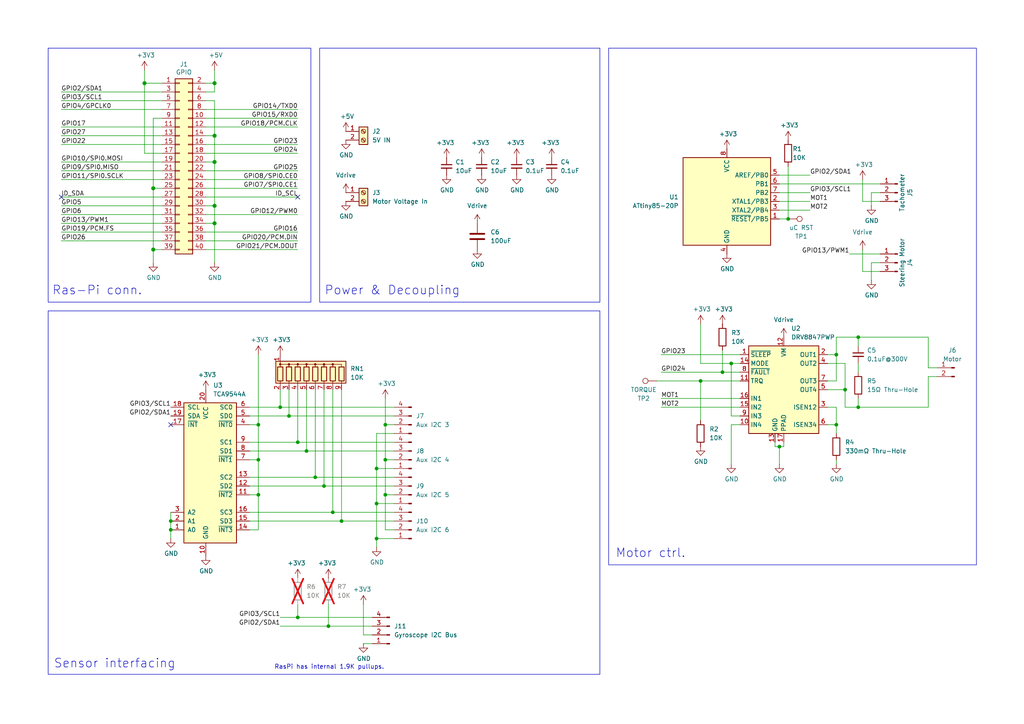
<source format=kicad_sch>
(kicad_sch (version 20250114) (generator "eeschema") (generator_version "9.0")
  (paper "A4")
  (title_block (date "15 nov 2012"))
  (lib_symbols
    (symbol "Connector:Conn_01x02_Pin" (pin_names (offset 1.016) (hide yes))
      (property "Reference" "J" (at 0 2.54 0))
      (property "Value" "Conn_01x02_Pin" (at 0 -5.08 0))
      (symbol "Conn_01x02_Pin_1_1"
        (pin passive line (at 5.08 0 180) (length 3.81) (name "Pin_1") (number "1"))
        (pin passive line (at 5.08 -2.54 180) (length 3.81) (name "Pin_2") (number "2"))
      )
    )
    (symbol "Connector:Conn_01x03_Pin" (pin_names (offset 1.016) (hide yes))
      (property "Reference" "J" (at 0 5.08 0))
      (property "Value" "Conn_01x03_Pin" (at 0 -5.08 0))
      (symbol "Conn_01x03_Pin_1_1"
        (pin passive line (at 5.08 2.54 180) (length 3.81) (name "Pin_1") (number "1"))
        (pin passive line (at 5.08 0 180) (length 3.81) (name "Pin_2") (number "2"))
        (pin passive line (at 5.08 -2.54 180) (length 3.81) (name "Pin_3") (number "3"))
      )
    )
    (symbol "Connector:Conn_01x04_Pin" (pin_names (offset 1.016) (hide yes))
      (property "Reference" "J" (at 0 5.08 0))
      (property "Value" "Conn_01x04_Pin" (at 0 -7.62 0))
      (symbol "Conn_01x04_Pin_1_1"
        (pin passive line (at 5.08 2.54 180) (length 3.81) (name "Pin_1") (number "1"))
        (pin passive line (at 5.08 0 180) (length 3.81) (name "Pin_2") (number "2"))
        (pin passive line (at 5.08 -2.54 180) (length 3.81) (name "Pin_3") (number "3"))
        (pin passive line (at 5.08 -5.08 180) (length 3.81) (name "Pin_4") (number "4"))
      )
    )
    (symbol "Connector:Screw_Terminal_01x02" (pin_names (offset 1.016) (hide yes))
      (property "Reference" "J" (at 0 2.54 0))
      (property "Value" "Screw_Terminal_01x02" (at 0 -5.08 0))
      (symbol "Screw_Terminal_01x02_1_1"
        (pin passive line (at -5.08 0 0) (length 3.81) (name "Pin_1") (number "1"))
        (pin passive line (at -5.08 -2.54 0) (length 3.81) (name "Pin_2") (number "2"))
      )
    )
    (symbol "Connector:TestPoint" (pin_numbers (hide yes)) (pin_names (offset 0.762) (hide yes))
      (property "Reference" "TP" (at 0 6.858 0))
      (property "Value" "TestPoint" (at 0 5.08 0))
      (symbol "TestPoint_1_1"
        (pin passive line (at 0 0 90) (length 2.54) (name "1") (number "1"))
      )
    )
    (symbol "Connector_Generic:Conn_02x20_Odd_Even" (pin_names (offset 1.016) (hide yes))
      (property "Reference" "J" (at 1.27 25.4 0))
      (property "Value" "Conn_02x20_Odd_Even" (at 1.27 -27.94 0))
      (symbol "Conn_02x20_Odd_Even_1_1"
        (pin passive line (at -5.08 22.86 0) (length 3.81) (name "Pin_1") (number "1"))
        (pin passive line (at -5.08 20.32 0) (length 3.81) (name "Pin_3") (number "3"))
        (pin passive line (at -5.08 17.78 0) (length 3.81) (name "Pin_5") (number "5"))
        (pin passive line (at -5.08 15.24 0) (length 3.81) (name "Pin_7") (number "7"))
        (pin passive line (at -5.08 12.7 0) (length 3.81) (name "Pin_9") (number "9"))
        (pin passive line (at -5.08 10.16 0) (length 3.81) (name "Pin_11") (number "11"))
        (pin passive line (at -5.08 7.62 0) (length 3.81) (name "Pin_13") (number "13"))
        (pin passive line (at -5.08 5.08 0) (length 3.81) (name "Pin_15") (number "15"))
        (pin passive line (at -5.08 2.54 0) (length 3.81) (name "Pin_17") (number "17"))
        (pin passive line (at -5.08 0 0) (length 3.81) (name "Pin_19") (number "19"))
        (pin passive line (at -5.08 -2.54 0) (length 3.81) (name "Pin_21") (number "21"))
        (pin passive line (at -5.08 -5.08 0) (length 3.81) (name "Pin_23") (number "23"))
        (pin passive line (at -5.08 -7.62 0) (length 3.81) (name "Pin_25") (number "25"))
        (pin passive line (at -5.08 -10.16 0) (length 3.81) (name "Pin_27") (number "27"))
        (pin passive line (at -5.08 -12.7 0) (length 3.81) (name "Pin_29") (number "29"))
        (pin passive line (at -5.08 -15.24 0) (length 3.81) (name "Pin_31") (number "31"))
        (pin passive line (at -5.08 -17.78 0) (length 3.81) (name "Pin_33") (number "33"))
        (pin passive line (at -5.08 -20.32 0) (length 3.81) (name "Pin_35") (number "35"))
        (pin passive line (at -5.08 -22.86 0) (length 3.81) (name "Pin_37") (number "37"))
        (pin passive line (at -5.08 -25.4 0) (length 3.81) (name "Pin_39") (number "39"))
        (pin passive line (at 7.62 22.86 180) (length 3.81) (name "Pin_2") (number "2"))
        (pin passive line (at 7.62 20.32 180) (length 3.81) (name "Pin_4") (number "4"))
        (pin passive line (at 7.62 17.78 180) (length 3.81) (name "Pin_6") (number "6"))
        (pin passive line (at 7.62 15.24 180) (length 3.81) (name "Pin_8") (number "8"))
        (pin passive line (at 7.62 12.7 180) (length 3.81) (name "Pin_10") (number "10"))
        (pin passive line (at 7.62 10.16 180) (length 3.81) (name "Pin_12") (number "12"))
        (pin passive line (at 7.62 7.62 180) (length 3.81) (name "Pin_14") (number "14"))
        (pin passive line (at 7.62 5.08 180) (length 3.81) (name "Pin_16") (number "16"))
        (pin passive line (at 7.62 2.54 180) (length 3.81) (name "Pin_18") (number "18"))
        (pin passive line (at 7.62 0 180) (length 3.81) (name "Pin_20") (number "20"))
        (pin passive line (at 7.62 -2.54 180) (length 3.81) (name "Pin_22") (number "22"))
        (pin passive line (at 7.62 -5.08 180) (length 3.81) (name "Pin_24") (number "24"))
        (pin passive line (at 7.62 -7.62 180) (length 3.81) (name "Pin_26") (number "26"))
        (pin passive line (at 7.62 -10.16 180) (length 3.81) (name "Pin_28") (number "28"))
        (pin passive line (at 7.62 -12.7 180) (length 3.81) (name "Pin_30") (number "30"))
        (pin passive line (at 7.62 -15.24 180) (length 3.81) (name "Pin_32") (number "32"))
        (pin passive line (at 7.62 -17.78 180) (length 3.81) (name "Pin_34") (number "34"))
        (pin passive line (at 7.62 -20.32 180) (length 3.81) (name "Pin_36") (number "36"))
        (pin passive line (at 7.62 -22.86 180) (length 3.81) (name "Pin_38") (number "38"))
        (pin passive line (at 7.62 -25.4 180) (length 3.81) (name "Pin_40") (number "40"))
      )
    )
    (symbol "Device:C" (pin_numbers (hide yes)) (pin_names (offset 0.254))
      (property "Reference" "C" (at 0.635 2.54 0))
      (property "Value" "C" (at 0.635 -2.54 0))
      (symbol "C_1_1"
        (pin passive line (at 0 3.81 270) (length 2.794) (name "~") (number "1"))
        (pin passive line (at 0 -3.81 90) (length 2.794) (name "~") (number "2"))
      )
    )
    (symbol "Device:C_Small" (pin_numbers (hide yes)) (pin_names (offset 0.254) (hide yes))
      (property "Reference" "C" (at 0.254 1.778 0))
      (property "Value" "C_Small" (at 0.254 -2.032 0))
      (symbol "C_Small_1_1"
        (pin passive line (at 0 2.54 270) (length 2.032) (name "~") (number "1"))
        (pin passive line (at 0 -2.54 90) (length 2.032) (name "~") (number "2"))
      )
    )
    (symbol "Device:R" (pin_numbers (hide yes)) (pin_names (offset 0))
      (property "Reference" "R" (at 2.032 0 90))
      (property "Value" "R" (at 0 0 90))
      (symbol "R_1_1"
        (pin passive line (at 0 3.81 270) (length 1.27) (name "~") (number "1"))
        (pin passive line (at 0 -3.81 90) (length 1.27) (name "~") (number "2"))
      )
    )
    (symbol "Device:R_Network08" (pin_names (offset 0) (hide yes))
      (property "Reference" "RN" (at -12.7 0 90))
      (property "Value" "R_Network08" (at 10.16 0 90))
      (symbol "R_Network08_1_1"
        (pin passive line (at -10.16 5.08 270) (length 2.54) (name "common") (number "1"))
        (pin passive line (at -10.16 -5.08 90) (length 1.27) (name "R1") (number "2"))
        (pin passive line (at -7.62 -5.08 90) (length 1.27) (name "R2") (number "3"))
        (pin passive line (at -5.08 -5.08 90) (length 1.27) (name "R3") (number "4"))
        (pin passive line (at -2.54 -5.08 90) (length 1.27) (name "R4") (number "5"))
        (pin passive line (at 0 -5.08 90) (length 1.27) (name "R5") (number "6"))
        (pin passive line (at 2.54 -5.08 90) (length 1.27) (name "R6") (number "7"))
        (pin passive line (at 5.08 -5.08 90) (length 1.27) (name "R7") (number "8"))
        (pin passive line (at 7.62 -5.08 90) (length 1.27) (name "R8") (number "9"))
      )
    )
    (symbol "Driver_Motor:DRV8847PWP"
      (property "Reference" "U" (at -8.89 13.97 0))
      (property "Value" "DRV8847PWP" (at 8.89 13.97 0))
      (symbol "DRV8847PWP_1_1"
        (pin input line (at -12.7 10.16 0) (length 2.54) (name "~{SLEEP}") (number "1"))
        (pin input line (at -12.7 7.62 0) (length 2.54) (name "MODE") (number "14"))
        (pin open_collector line (at -12.7 5.08 0) (length 2.54) (name "~{FAULT}") (number "8"))
        (pin input line (at -12.7 2.54 0) (length 2.54) (name "TRQ") (number "11"))
        (pin input line (at -12.7 -2.54 0) (length 2.54) (name "IN1") (number "16"))
        (pin input line (at -12.7 -5.08 0) (length 2.54) (name "IN2") (number "15"))
        (pin input line (at -12.7 -7.62 0) (length 2.54) (name "IN3") (number "9"))
        (pin input line (at -12.7 -10.16 0) (length 2.54) (name "IN4") (number "10"))
        (pin power_in line (at -2.54 -15.24 90) (length 2.54) (name "GND") (number "13"))
        (pin power_in line (at 0 15.24 270) (length 2.54) (name "VM") (number "12"))
        (pin power_in line (at 0 -15.24 90) (length 2.54) (name "PPAD") (number "17"))
        (pin output line (at 12.7 10.16 180) (length 2.54) (name "OUT1") (number "2"))
        (pin output line (at 12.7 7.62 180) (length 2.54) (name "OUT2") (number "4"))
        (pin output line (at 12.7 2.54 180) (length 2.54) (name "OUT3") (number "7"))
        (pin output line (at 12.7 0 180) (length 2.54) (name "OUT4") (number "5"))
        (pin passive line (at 12.7 -5.08 180) (length 2.54) (name "ISEN12") (number "3"))
        (pin passive line (at 12.7 -10.16 180) (length 2.54) (name "ISEN34") (number "6"))
      )
    )
    (symbol "Interface_Expansion:TCA9544A" (pin_names (offset 1.016))
      (property "Reference" "U" (at -5.08 20.32 0))
      (property "Value" "TCA9544A" (at 2.54 20.32 0))
      (symbol "TCA9544A_1_1"
        (pin bidirectional line (at -10.16 17.78 0) (length 3.81) (name "SCL") (number "18"))
        (pin bidirectional line (at -10.16 15.24 0) (length 3.81) (name "SDA") (number "19"))
        (pin open_collector line (at -10.16 12.7 0) (length 3.81) (name "~{INT}") (number "17"))
        (pin input line (at -10.16 -12.7 0) (length 3.81) (name "A2") (number "3"))
        (pin input line (at -10.16 -15.24 0) (length 3.81) (name "A1") (number "2"))
        (pin input line (at -10.16 -17.78 0) (length 3.81) (name "A0") (number "1"))
        (pin power_in line (at 0 22.86 270) (length 3.81) (name "VCC") (number "20"))
        (pin power_in line (at 0 -25.4 90) (length 3.81) (name "GND") (number "10"))
        (pin bidirectional line (at 12.7 17.78 180) (length 3.81) (name "SC0") (number "6"))
        (pin bidirectional line (at 12.7 15.24 180) (length 3.81) (name "SD0") (number "5"))
        (pin input line (at 12.7 12.7 180) (length 3.81) (name "~{INT0}") (number "4"))
        (pin bidirectional line (at 12.7 7.62 180) (length 3.81) (name "SC1") (number "9"))
        (pin bidirectional line (at 12.7 5.08 180) (length 3.81) (name "SD1") (number "8"))
        (pin input line (at 12.7 2.54 180) (length 3.81) (name "~{INT1}") (number "7"))
        (pin bidirectional line (at 12.7 -2.54 180) (length 3.81) (name "SC2") (number "13"))
        (pin bidirectional line (at 12.7 -5.08 180) (length 3.81) (name "SD2") (number "12"))
        (pin input line (at 12.7 -7.62 180) (length 3.81) (name "~{INT2}") (number "11"))
        (pin bidirectional line (at 12.7 -12.7 180) (length 3.81) (name "SC3") (number "16"))
        (pin bidirectional line (at 12.7 -15.24 180) (length 3.81) (name "SD3") (number "15"))
        (pin input line (at 12.7 -17.78 180) (length 3.81) (name "~{INT3}") (number "14"))
      )
    )
    (symbol "MCU_Microchip_ATtiny:ATtiny85-20P"
      (property "Reference" "U" (at -12.7 13.97 0))
      (property "Value" "ATtiny85-20P" (at 2.54 -13.97 0))
      (symbol "ATtiny85-20P_1_1"
        (pin power_in line (at 0 15.24 270) (length 2.54) (name "VCC") (number "8"))
        (pin power_in line (at 0 -15.24 90) (length 2.54) (name "GND") (number "4"))
        (pin bidirectional line (at 15.24 7.62 180) (length 2.54) (name "AREF/PB0") (number "5"))
        (pin bidirectional line (at 15.24 5.08 180) (length 2.54) (name "PB1") (number "6"))
        (pin bidirectional line (at 15.24 2.54 180) (length 2.54) (name "PB2") (number "7"))
        (pin bidirectional line (at 15.24 0 180) (length 2.54) (name "XTAL1/PB3") (number "2"))
        (pin bidirectional line (at 15.24 -2.54 180) (length 2.54) (name "XTAL2/PB4") (number "3"))
        (pin bidirectional line (at 15.24 -5.08 180) (length 2.54) (name "~{RESET}/PB5") (number "1"))
      )
    )
    (symbol "power:+3.3V" (power) (pin_numbers (hide yes)) (pin_names (offset 0) (hide yes))
      (property "Value" "+3.3V" (at 0 3.556 0))
      (symbol "+3.3V_1_1"
        (pin power_in line (at 0 0 90) (length 0) (name "~") (number "1"))
      )
    )
    (symbol "power:+5V" (power) (pin_numbers (hide yes)) (pin_names (offset 0) (hide yes))
      (property "Value" "+5V" (at 0 3.556 0))
      (symbol "+5V_1_1"
        (pin power_in line (at 0 0 90) (length 0) (name "~") (number "1"))
      )
    )
    (symbol "power:GND" (power) (pin_numbers (hide yes)) (pin_names (offset 0) (hide yes))
      (property "Value" "GND" (at 0 -3.81 0))
      (symbol "GND_1_1"
        (pin power_in line (at 0 0 270) (length 0) (name "~") (number "1"))
      )
    )
    (symbol "power:Vdrive" (power) (pin_numbers (hide yes)) (pin_names (offset 0) (hide yes))
      (property "Value" "Vdrive" (at 0 3.556 0))
      (symbol "Vdrive_1_1"
        (pin power_in line (at 0 0 90) (length 0) (name "~") (number "1"))
      )
    )
  )
  (rectangle (start 13.97 13.97) (end 90.17 87.63))
  (rectangle (start 92.71 13.97) (end 173.99 87.63))
  (rectangle (start 176.53 13.97) (end 283.21 163.83))
  (rectangle (start 13.97 90.17) (end 173.99 195.58))
  (text "Motor ctrl." (at 188.722 160.528 0) (effects (font (size 2.54 2.54))))
  (text "Sensor interfacing" (at 33.274 192.532 0) (effects (font (size 2.54 2.54))))
  (text "Ras-Pi conn." (at 28.194 84.328 0) (effects (font (size 2.54 2.54))))
  (text "RasPi has internal 1.9K pullups." (at 95.504 193.548 0) (effects (font (size 1.27 1.27))))
  (text "Power & Decoupling" (at 113.792 84.328 0) (effects (font (size 2.54 2.54))))
  (junction (at 96.52 148.59))
  (junction (at 62.23 59.69) (diameter 1.016))
  (junction (at 41.91 24.13) (diameter 1.016))
  (junction (at 109.22 146.05))
  (junction (at 88.9 130.81))
  (junction (at 62.23 64.77) (diameter 1.016))
  (junction (at 83.82 120.65))
  (junction (at 228.6 63.5))
  (junction (at 109.22 135.89))
  (junction (at 91.44 138.43))
  (junction (at 111.76 143.51))
  (junction (at 203.2 110.49))
  (junction (at 74.93 133.35))
  (junction (at 81.28 118.11))
  (junction (at 44.45 54.61) (diameter 1.016))
  (junction (at 86.36 128.27))
  (junction (at 74.93 143.51))
  (junction (at 242.57 123.19))
  (junction (at 248.92 97.79))
  (junction (at 212.09 105.41))
  (junction (at 242.57 102.87))
  (junction (at 62.23 46.99) (diameter 1.016))
  (junction (at 95.25 181.61))
  (junction (at 248.92 118.11))
  (junction (at 86.36 179.07))
  (junction (at 111.76 133.35))
  (junction (at 93.98 140.97))
  (junction (at 62.23 39.37) (diameter 1.016))
  (junction (at 99.06 151.13))
  (junction (at 245.11 113.03))
  (junction (at 49.53 153.67))
  (junction (at 111.76 123.19))
  (junction (at 49.53 151.13))
  (junction (at 109.22 156.21))
  (junction (at 74.93 123.19))
  (junction (at 209.55 107.95))
  (junction (at 44.45 72.39) (diameter 1.016))
  (junction (at 62.23 24.13) (diameter 1.016))
  (junction (at 226.06 129.54))
  (no_connect (at 17.78 57.15))
  (no_connect (at 86.36 57.15))
  (no_connect (at 49.53 123.19))
  (wire (pts (xy 44.45 54.61) (xy 44.45 72.39)))
  (wire (pts (xy 59.69 54.61) (xy 86.36 54.61)))
  (wire (pts (xy 248.92 105.41) (xy 248.92 107.95)))
  (wire (pts (xy 214.63 120.65) (xy 212.09 120.65)))
  (wire (pts (xy 49.53 153.67) (xy 49.53 151.13)))
  (wire (pts (xy 107.95 186.69) (xy 105.41 186.69)))
  (wire (pts (xy 91.44 113.03) (xy 91.44 138.43)))
  (wire (pts (xy 269.24 97.79) (xy 269.24 106.68)))
  (wire (pts (xy 46.99 36.83) (xy 17.78 36.83)))
  (wire (pts (xy 242.57 102.87) (xy 240.03 102.87)))
  (wire (pts (xy 74.93 123.19) (xy 74.93 133.35)))
  (wire (pts (xy 62.23 29.21) (xy 62.23 39.37)))
  (wire (pts (xy 62.23 46.99) (xy 59.69 46.99)))
  (wire (pts (xy 81.28 118.11) (xy 114.3 118.11)))
  (wire (pts (xy 114.3 135.89) (xy 109.22 135.89)))
  (wire (pts (xy 190.5 110.49) (xy 203.2 110.49)))
  (wire (pts (xy 248.92 97.79) (xy 269.24 97.79)))
  (wire (pts (xy 250.19 78.74) (xy 250.19 72.39)))
  (wire (pts (xy 62.23 59.69) (xy 62.23 64.77)))
  (wire (pts (xy 114.3 156.21) (xy 109.22 156.21)))
  (wire (pts (xy 255.27 78.74) (xy 250.19 78.74)))
  (wire (pts (xy 105.41 175.26) (xy 105.41 184.15)))
  (wire (pts (xy 191.77 118.11) (xy 214.63 118.11)))
  (wire (pts (xy 269.24 109.22) (xy 269.24 118.11)))
  (wire (pts (xy 86.36 128.27) (xy 114.3 128.27)))
  (wire (pts (xy 109.22 156.21) (xy 109.22 158.75)))
  (wire (pts (xy 49.53 148.59) (xy 49.53 151.13)))
  (wire (pts (xy 62.23 46.99) (xy 62.23 59.69)))
  (wire (pts (xy 226.06 55.88) (xy 234.95 55.88)))
  (wire (pts (xy 59.69 31.75) (xy 86.36 31.75)))
  (wire (pts (xy 245.11 105.41) (xy 240.03 105.41)))
  (wire (pts (xy 44.45 34.29) (xy 44.45 54.61)))
  (wire (pts (xy 114.3 146.05) (xy 109.22 146.05)))
  (wire (pts (xy 72.39 140.97) (xy 93.98 140.97)))
  (wire (pts (xy 44.45 34.29) (xy 46.99 34.29)))
  (wire (pts (xy 242.57 123.19) (xy 242.57 125.73)))
  (wire (pts (xy 240.03 113.03) (xy 245.11 113.03)))
  (wire (pts (xy 59.69 52.07) (xy 86.36 52.07)))
  (wire (pts (xy 111.76 123.19) (xy 111.76 133.35)))
  (wire (pts (xy 46.99 57.15) (xy 17.78 57.15)))
  (wire (pts (xy 111.76 143.51) (xy 111.76 153.67)))
  (wire (pts (xy 226.06 50.8) (xy 234.95 50.8)))
  (wire (pts (xy 17.78 59.69) (xy 46.99 59.69)))
  (wire (pts (xy 72.39 151.13) (xy 99.06 151.13)))
  (wire (pts (xy 111.76 115.57) (xy 111.76 123.19)))
  (wire (pts (xy 228.6 48.26) (xy 228.6 63.5)))
  (wire (pts (xy 209.55 107.95) (xy 214.63 107.95)))
  (wire (pts (xy 191.77 107.95) (xy 209.55 107.95)))
  (wire (pts (xy 252.73 55.88) (xy 252.73 59.69)))
  (wire (pts (xy 44.45 54.61) (xy 46.99 54.61)))
  (wire (pts (xy 86.36 179.07) (xy 107.95 179.07)))
  (wire (pts (xy 109.22 135.89) (xy 109.22 125.73)))
  (wire (pts (xy 248.92 115.57) (xy 248.92 118.11)))
  (wire (pts (xy 242.57 118.11) (xy 242.57 123.19)))
  (wire (pts (xy 72.39 153.67) (xy 74.93 153.67)))
  (wire (pts (xy 250.19 58.42) (xy 255.27 58.42)))
  (wire (pts (xy 59.69 41.91) (xy 86.36 41.91)))
  (wire (pts (xy 255.27 76.2) (xy 252.73 76.2)))
  (wire (pts (xy 93.98 113.03) (xy 93.98 140.97)))
  (wire (pts (xy 111.76 153.67) (xy 114.3 153.67)))
  (wire (pts (xy 59.69 72.39) (xy 86.36 72.39)))
  (wire (pts (xy 44.45 72.39) (xy 44.45 76.2)))
  (wire (pts (xy 17.78 39.37) (xy 46.99 39.37)))
  (wire (pts (xy 41.91 20.32) (xy 41.91 24.13)))
  (wire (pts (xy 228.6 63.5) (xy 226.06 63.5)))
  (wire (pts (xy 95.25 181.61) (xy 107.95 181.61)))
  (wire (pts (xy 72.39 143.51) (xy 74.93 143.51)))
  (wire (pts (xy 62.23 64.77) (xy 59.69 64.77)))
  (wire (pts (xy 72.39 118.11) (xy 81.28 118.11)))
  (wire (pts (xy 252.73 76.2) (xy 252.73 81.28)))
  (wire (pts (xy 17.78 29.21) (xy 46.99 29.21)))
  (wire (pts (xy 88.9 130.81) (xy 114.3 130.81)))
  (wire (pts (xy 17.78 52.07) (xy 46.99 52.07)))
  (wire (pts (xy 83.82 113.03) (xy 83.82 120.65)))
  (wire (pts (xy 271.78 106.68) (xy 269.24 106.68)))
  (wire (pts (xy 41.91 44.45) (xy 46.99 44.45)))
  (wire (pts (xy 226.06 129.54) (xy 227.33 129.54)))
  (wire (pts (xy 46.99 26.67) (xy 17.78 26.67)))
  (wire (pts (xy 111.76 143.51) (xy 114.3 143.51)))
  (wire (pts (xy 91.44 138.43) (xy 114.3 138.43)))
  (wire (pts (xy 62.23 24.13) (xy 62.23 26.67)))
  (wire (pts (xy 271.78 109.22) (xy 269.24 109.22)))
  (wire (pts (xy 81.28 179.07) (xy 86.36 179.07)))
  (wire (pts (xy 81.28 181.61) (xy 95.25 181.61)))
  (wire (pts (xy 226.06 58.42) (xy 234.95 58.42)))
  (wire (pts (xy 240.03 118.11) (xy 242.57 118.11)))
  (wire (pts (xy 62.23 39.37) (xy 62.23 46.99)))
  (wire (pts (xy 240.03 110.49) (xy 242.57 110.49)))
  (wire (pts (xy 59.69 36.83) (xy 86.36 36.83)))
  (wire (pts (xy 95.25 175.26) (xy 95.25 181.61)))
  (wire (pts (xy 62.23 39.37) (xy 59.69 39.37)))
  (wire (pts (xy 242.57 110.49) (xy 242.57 102.87)))
  (wire (pts (xy 203.2 110.49) (xy 214.63 110.49)))
  (wire (pts (xy 62.23 20.32) (xy 62.23 24.13)))
  (wire (pts (xy 111.76 133.35) (xy 111.76 143.51)))
  (wire (pts (xy 72.39 123.19) (xy 74.93 123.19)))
  (wire (pts (xy 17.78 31.75) (xy 46.99 31.75)))
  (wire (pts (xy 74.93 143.51) (xy 74.93 133.35)))
  (wire (pts (xy 62.23 24.13) (xy 59.69 24.13)))
  (wire (pts (xy 99.06 151.13) (xy 114.3 151.13)))
  (wire (pts (xy 41.91 24.13) (xy 41.91 44.45)))
  (wire (pts (xy 226.06 53.34) (xy 255.27 53.34)))
  (wire (pts (xy 59.69 44.45) (xy 86.36 44.45)))
  (wire (pts (xy 59.69 34.29) (xy 86.36 34.29)))
  (wire (pts (xy 191.77 102.87) (xy 214.63 102.87)))
  (wire (pts (xy 248.92 97.79) (xy 248.92 100.33)))
  (wire (pts (xy 72.39 130.81) (xy 88.9 130.81)))
  (wire (pts (xy 212.09 105.41) (xy 212.09 120.65)))
  (wire (pts (xy 227.33 128.27) (xy 227.33 129.54)))
  (wire (pts (xy 81.28 113.03) (xy 81.28 118.11)))
  (wire (pts (xy 17.78 41.91) (xy 46.99 41.91)))
  (wire (pts (xy 203.2 93.98) (xy 203.2 105.41)))
  (wire (pts (xy 17.78 49.53) (xy 46.99 49.53)))
  (wire (pts (xy 250.19 52.07) (xy 250.19 58.42)))
  (wire (pts (xy 245.11 118.11) (xy 248.92 118.11)))
  (wire (pts (xy 74.93 153.67) (xy 74.93 143.51)))
  (wire (pts (xy 83.82 120.65) (xy 114.3 120.65)))
  (wire (pts (xy 17.78 62.23) (xy 46.99 62.23)))
  (wire (pts (xy 62.23 26.67) (xy 59.69 26.67)))
  (wire (pts (xy 203.2 105.41) (xy 212.09 105.41)))
  (wire (pts (xy 86.36 175.26) (xy 86.36 179.07)))
  (wire (pts (xy 111.76 133.35) (xy 114.3 133.35)))
  (wire (pts (xy 17.78 67.31) (xy 46.99 67.31)))
  (wire (pts (xy 203.2 110.49) (xy 203.2 121.92)))
  (wire (pts (xy 240.03 123.19) (xy 242.57 123.19)))
  (wire (pts (xy 59.69 67.31) (xy 86.36 67.31)))
  (wire (pts (xy 248.92 118.11) (xy 269.24 118.11)))
  (wire (pts (xy 59.69 62.23) (xy 86.36 62.23)))
  (wire (pts (xy 44.45 72.39) (xy 46.99 72.39)))
  (wire (pts (xy 242.57 97.79) (xy 248.92 97.79)))
  (wire (pts (xy 109.22 146.05) (xy 109.22 135.89)))
  (wire (pts (xy 226.06 60.96) (xy 234.95 60.96)))
  (wire (pts (xy 72.39 120.65) (xy 83.82 120.65)))
  (wire (pts (xy 59.69 69.85) (xy 86.36 69.85)))
  (wire (pts (xy 72.39 138.43) (xy 91.44 138.43)))
  (wire (pts (xy 62.23 29.21) (xy 59.69 29.21)))
  (wire (pts (xy 17.78 69.85) (xy 46.99 69.85)))
  (wire (pts (xy 105.41 184.15) (xy 107.95 184.15)))
  (wire (pts (xy 212.09 105.41) (xy 214.63 105.41)))
  (wire (pts (xy 212.09 123.19) (xy 214.63 123.19)))
  (wire (pts (xy 114.3 125.73) (xy 109.22 125.73)))
  (wire (pts (xy 242.57 133.35) (xy 242.57 134.62)))
  (wire (pts (xy 72.39 133.35) (xy 74.93 133.35)))
  (wire (pts (xy 246.38 73.66) (xy 255.27 73.66)))
  (wire (pts (xy 224.79 128.27) (xy 224.79 129.54)))
  (wire (pts (xy 74.93 102.87) (xy 74.93 123.19)))
  (wire (pts (xy 86.36 113.03) (xy 86.36 128.27)))
  (wire (pts (xy 96.52 113.03) (xy 96.52 148.59)))
  (wire (pts (xy 93.98 140.97) (xy 114.3 140.97)))
  (wire (pts (xy 72.39 128.27) (xy 86.36 128.27)))
  (wire (pts (xy 62.23 64.77) (xy 62.23 76.2)))
  (wire (pts (xy 59.69 49.53) (xy 86.36 49.53)))
  (wire (pts (xy 46.99 64.77) (xy 17.78 64.77)))
  (wire (pts (xy 111.76 123.19) (xy 114.3 123.19)))
  (wire (pts (xy 96.52 148.59) (xy 114.3 148.59)))
  (wire (pts (xy 191.77 115.57) (xy 214.63 115.57)))
  (wire (pts (xy 209.55 101.6) (xy 209.55 107.95)))
  (wire (pts (xy 62.23 59.69) (xy 59.69 59.69)))
  (wire (pts (xy 88.9 113.03) (xy 88.9 130.81)))
  (wire (pts (xy 226.06 134.62) (xy 226.06 129.54)))
  (wire (pts (xy 224.79 129.54) (xy 226.06 129.54)))
  (wire (pts (xy 41.91 24.13) (xy 46.99 24.13)))
  (wire (pts (xy 49.53 156.21) (xy 49.53 153.67)))
  (wire (pts (xy 242.57 97.79) (xy 242.57 102.87)))
  (wire (pts (xy 72.39 148.59) (xy 96.52 148.59)))
  (wire (pts (xy 212.09 134.62) (xy 212.09 123.19)))
  (wire (pts (xy 109.22 146.05) (xy 109.22 156.21)))
  (wire (pts (xy 255.27 55.88) (xy 252.73 55.88)))
  (wire (pts (xy 245.11 113.03) (xy 245.11 105.41)))
  (wire (pts (xy 99.06 113.03) (xy 99.06 151.13)))
  (wire (pts (xy 245.11 118.11) (xy 245.11 113.03)))
  (wire (pts (xy 46.99 46.99) (xy 17.78 46.99)))
  (wire (pts (xy 59.69 57.15) (xy 86.36 57.15)))
  (label "ID_SDA" (at 17.78 57.15 0))
  (label "GPIO6" (at 17.78 62.23 0))
  (label "ID_SCL" (at 86.36 57.15 180))
  (label "GPIO5" (at 17.78 59.69 0))
  (label "GPIO2{slash}SDA1" (at 81.28 181.61 180))
  (label "GPIO3{slash}SCL1" (at 234.95 55.88 0))
  (label "GPIO21{slash}PCM.DOUT" (at 86.36 72.39 180))
  (label "GPIO19{slash}PCM.FS" (at 17.78 67.31 0))
  (label "GPIO10{slash}SPI0.MOSI" (at 17.78 46.99 0))
  (label "GPIO9{slash}SPI0.MISO" (at 17.78 49.53 0))
  (label "MOT1" (at 234.95 58.42 0))
  (label "GPIO23" (at 86.36 41.91 180))
  (label "GPIO2{slash}SDA1" (at 49.53 120.65 180))
  (label "MOT2" (at 191.77 118.11 0))
  (label "GPIO4{slash}GPCLK0" (at 17.78 31.75 0))
  (label "GPIO27" (at 17.78 39.37 0))
  (label "GPIO26" (at 17.78 69.85 0))
  (label "GPIO14{slash}TXD0" (at 86.36 31.75 180))
  (label "GPIO24" (at 191.77 107.95 0))
  (label "GPIO8{slash}SPI0.CE0" (at 86.36 52.07 180))
  (label "GPIO15{slash}RXD0" (at 86.36 34.29 180))
  (label "GPIO16" (at 86.36 67.31 180))
  (label "GPIO22" (at 17.78 41.91 0))
  (label "GPIO2{slash}SDA1" (at 17.78 26.67 0))
  (label "GPIO13{slash}PWM1" (at 246.38 73.66 180))
  (label "GPIO17" (at 17.78 36.83 0))
  (label "GPIO25" (at 86.36 49.53 180))
  (label "GPIO3{slash}SCL1" (at 17.78 29.21 0))
  (label "GPIO18{slash}PCM.CLK" (at 86.36 36.83 180))
  (label "GPIO12{slash}PWM0" (at 86.36 62.23 180))
  (label "GPIO13{slash}PWM1" (at 17.78 64.77 0))
  (label "GPIO20{slash}PCM.DIN" (at 86.36 69.85 180))
  (label "GPIO24" (at 86.36 44.45 180))
  (label "GPIO7{slash}SPI0.CE1" (at 86.36 54.61 180))
  (label "GPIO3{slash}SCL1" (at 49.53 118.11 180))
  (label "MOT2" (at 234.95 60.96 0))
  (label "GPIO2{slash}SDA1" (at 234.95 50.8 0))
  (label "MOT1" (at 191.77 115.57 0))
  (label "GPIO23" (at 191.77 102.87 0))
  (label "GPIO3{slash}SCL1" (at 81.28 179.07 180))
  (label "GPIO11{slash}SPI0.SCLK" (at 17.78 52.07 0))
  (symbol (lib_id "power:+5V") (at 62.23 20.32 0) (unit 1)
    (property "Reference" "#PWR03" (effects (hide yes)))
    (property "Value" "+5V" (at 62.5983 15.9956 0))
    (property "Description" "Power symbol creates a global label with name \"+5V\"" (effects (hide yes)))
  )
  (symbol (lib_id "power:+3.3V") (at 41.91 20.32 0) (unit 1)
    (property "Reference" "#PWR01" (effects (hide yes)))
    (property "Value" "+3V3" (at 42.2783 15.9956 0))
    (property "Description" "Power symbol creates a global label with name \"+3.3V\"" (effects (hide yes)))
  )
  (symbol (lib_id "power:GND") (at 62.23 76.2 0) (unit 1)
    (property "Reference" "#PWR04" (effects (hide yes)))
    (property "Value" "GND" (at 62.3443 80.5244 0))
    (property "Description" "Power symbol creates a global label with name \"GND\" , ground" (effects (hide yes)))
  )
  (symbol (lib_id "power:GND") (at 44.45 76.2 0) (unit 1)
    (property "Reference" "#PWR02" (effects (hide yes)))
    (property "Value" "GND" (at 44.5643 80.5244 0))
    (property "Description" "Power symbol creates a global label with name \"GND\" , ground" (effects (hide yes)))
  )
  (symbol (lib_id "Connector_Generic:Conn_02x20_Odd_Even") (at 52.07 46.99 0) (unit 1)
    (property "Reference" "J1" (at 53.34 18.6498 0))
    (property "Value" "GPIO" (at 53.34 20.955 0))
    (property "Footprint" "Connector_PinSocket_2.54mm:PinSocket_2x20_P2.54mm_Vertical" (effects (hide yes)))
    (property "Description" "Generic connector, double row, 02x20, odd/even pin numbering scheme (row 1 odd numbers, row 2 even numbers), script generated (kicad-library-utils/schlib/autogen/connector/)" (effects (hide yes)))
  )
  (symbol (lib_id "power:Vdrive") (at 250.19 72.39 0) (mirror y) (unit 1)
    (property "Reference" "#PWR018" (effects (hide yes)))
    (property "Value" "Vdrive" (at 250.19 67.31 0))
    (property "Description" "Power symbol creates a global label with name \"Vdrive\"" (effects (hide yes)))
  )
  (symbol (lib_id "Connector:Conn_01x04_Pin") (at 119.38 153.67 180) (unit 1)
    (property "Reference" "J10" (at 120.65 151.1299 0) (effects (justify right)))
    (property "Value" "Aux I2C 6" (at 120.65 153.6699 0) (effects (justify right)))
    (property "Footprint" "Connector_PinHeader_2.54mm:PinHeader_1x04_P2.54mm_Vertical" (effects (hide yes)))
    (property "Description" "Generic connector, single row, 01x04, script generated" (effects (hide yes)))
  )
  (symbol (lib_id "Device:R") (at 242.57 129.54 0) (unit 1)
    (property "Reference" "R4" (at 245.11 128.2699 0) (effects (justify left)))
    (property "Value" "330mΩ Thru-Hole" (at 245.11 130.8099 0) (effects (justify left)))
    (property "Footprint" "Resistor_THT:R_Axial_DIN0309_L9.0mm_D3.2mm_P2.54mm_Vertical" (effects (hide yes)))
    (property "Description" "Resistor" (effects (hide yes)))
  )
  (symbol (lib_id "MCU_Microchip_ATtiny:ATtiny85-20P") (at 210.82 58.42 0) (unit 1)
    (property "Reference" "U1" (at 196.85 57.1499 0) (effects (justify right)))
    (property "Value" "ATtiny85-20P" (at 196.85 59.6899 0) (effects (justify right)))
    (property "Footprint" "Package_DIP:DIP-8_W7.62mm_Socket" (effects (hide yes)))
    (property "Datasheet" "http://ww1.microchip.com/downloads/en/DeviceDoc/atmel-2586-avr-8-bit-microcontroller-attiny25-attiny45-attiny85_datasheet.pdf" (effects (hide yes)))
    (property "Description" "20MHz, 8kB Flash, 512B SRAM, 512B EEPROM, debugWIRE, DIP-8" (effects (hide yes)))
  )
  (symbol (lib_id "power:+3.3V") (at 105.41 175.26 0) (mirror y) (unit 1)
    (property "Reference" "#PWR040" (effects (hide yes)))
    (property "Value" "+3V3" (at 105.0417 170.9356 0))
    (property "Description" "Power symbol creates a global label with name \"+3.3V\"" (effects (hide yes)))
  )
  (symbol (lib_id "power:+3.3V") (at 209.55 93.98 0) (unit 1)
    (property "Reference" "#PWR028" (effects (hide yes)))
    (property "Value" "+3V3" (at 209.9183 89.6556 0))
    (property "Description" "Power symbol creates a global label with name \"+3.3V\"" (effects (hide yes)))
  )
  (symbol (lib_id "power:GND") (at 139.7 50.8 0) (unit 1)
    (property "Reference" "#PWR012" (effects (hide yes)))
    (property "Value" "GND" (at 139.8143 55.1244 0))
    (property "Description" "Power symbol creates a global label with name \"GND\" , ground" (effects (hide yes)))
  )
  (symbol (lib_id "power:GND") (at 105.41 186.69 0) (unit 1)
    (property "Reference" "#PWR041" (effects (hide yes)))
    (property "Value" "GND" (at 105.5243 191.0144 0))
    (property "Description" "Power symbol creates a global label with name \"GND\" , ground" (effects (hide yes)))
  )
  (symbol (lib_id "Device:R") (at 203.2 125.73 0) (unit 1)
    (property "Reference" "R2" (at 205.74 124.4599 0) (effects (justify left)))
    (property "Value" "10K" (at 205.74 126.9999 0) (effects (justify left)))
    (property "Footprint" "Resistor_SMD:R_0603_1608Metric" (effects (hide yes)))
    (property "Description" "Resistor" (effects (hide yes)))
  )
  (symbol (lib_id "Device:C_Small") (at 139.7 48.26 0) (unit 1)
    (property "Reference" "C2" (at 142.24 46.9962 0) (effects (justify left)))
    (property "Value" "10uF" (at 142.24 49.5362 0) (effects (justify left)))
    (property "Footprint" "Capacitor_SMD:C_0603_1608Metric" (effects (hide yes)))
    (property "Description" "Unpolarized capacitor, small symbol" (effects (hide yes)))
  )
  (symbol (lib_id "power:+3.3V") (at 250.19 52.07 0) (unit 1)
    (property "Reference" "#PWR023" (effects (hide yes)))
    (property "Value" "+3V3" (at 250.5583 47.7456 0))
    (property "Description" "Power symbol creates a global label with name \"+3.3V\"" (effects (hide yes)))
  )
  (symbol (lib_id "Connector:Screw_Terminal_01x02") (at 105.41 38.1 0) (unit 1)
    (property "Reference" "J2" (at 107.95 38.0999 0) (effects (justify left)))
    (property "Value" "5V IN" (at 107.95 40.6399 0) (effects (justify left)))
    (property "Footprint" "TerminalBlock_Phoenix:TerminalBlock_Phoenix_MKDS-1,5-2_1x02_P5.00mm_Horizontal" (effects (hide yes)))
    (property "Datasheet" "https://mm.digikey.com/Volume0/opasdata/d220001/medias/docus/909/1935161.pdf" (effects (hide yes)))
    (property "Description" "Generic screw terminal, single row, 01x02, script generated (kicad-library-utils/schlib/autogen/connector/)" (effects (hide yes)))
  )
  (symbol (lib_id "Device:R_Network08") (at 91.44 107.95 0) (unit 1)
    (property "Reference" "RN1" (at 101.6 106.9339 0) (effects (justify left)))
    (property "Value" "10K" (at 101.6 109.4739 0) (effects (justify left)))
    (property "Footprint" "Resistor_THT:R_Array_SIP9" (effects (hide yes)))
    (property "Datasheet" "http://www.vishay.com/docs/31509/csc.pdf" (effects (hide yes)))
    (property "Description" "8 resistor network, star topology, bussed resistors, small symbol" (effects (hide yes)))
  )
  (symbol (lib_id "power:GND") (at 212.09 134.62 0) (unit 1)
    (property "Reference" "#PWR029" (effects (hide yes)))
    (property "Value" "GND" (at 212.2043 138.9444 0))
    (property "Description" "Power symbol creates a global label with name \"GND\" , ground" (effects (hide yes)))
  )
  (symbol (lib_id "Device:R") (at 209.55 97.79 0) (unit 1)
    (property "Reference" "R3" (at 212.09 96.5199 0) (effects (justify left)))
    (property "Value" "10K" (at 212.09 99.0599 0) (effects (justify left)))
    (property "Footprint" "Resistor_SMD:R_0603_1608Metric" (effects (hide yes)))
    (property "Description" "Resistor" (effects (hide yes)))
  )
  (symbol (lib_id "power:+3.3V") (at 59.69 113.03 0) (unit 1)
    (property "Reference" "#PWR035" (effects (hide yes)))
    (property "Value" "+3V3" (at 60.0583 108.7056 0))
    (property "Description" "Power symbol creates a global label with name \"+3.3V\"" (effects (hide yes)))
  )
  (symbol (lib_id "power:GND") (at 100.33 58.42 0) (unit 1)
    (property "Reference" "#PWR08" (effects (hide yes)))
    (property "Value" "GND" (at 100.4443 62.7444 0))
    (property "Description" "Power symbol creates a global label with name \"GND\" , ground" (effects (hide yes)))
  )
  (symbol (lib_id "Connector:TestPoint") (at 228.6 63.5 270) (mirror x) (unit 1)
    (property "Reference" "TP1" (at 232.41 68.58 90))
    (property "Value" "uC RST" (at 232.41 66.04 90))
    (property "Footprint" "TestPoint:TestPoint_Pad_2.0x2.0mm" (effects (hide yes)))
    (property "Description" "test point" (effects (hide yes)))
  )
  (symbol (lib_id "power:Vdrive") (at 227.33 97.79 0) (unit 1)
    (property "Reference" "#PWR031" (effects (hide yes)))
    (property "Value" "Vdrive" (at 227.33 92.71 0))
    (property "Description" "Power symbol creates a global label with name \"Vdrive\"" (effects (hide yes)))
  )
  (symbol (lib_id "power:+5V") (at 100.33 38.1 0) (unit 1)
    (property "Reference" "#PWR05" (effects (hide yes)))
    (property "Value" "+5V" (at 100.6983 33.7756 0))
    (property "Description" "Power symbol creates a global label with name \"+5V\"" (effects (hide yes)))
  )
  (symbol (lib_id "Device:C_Small") (at 129.54 48.26 0) (unit 1)
    (property "Reference" "C1" (at 132.08 46.9962 0) (effects (justify left)))
    (property "Value" "10uF" (at 132.08 49.5362 0) (effects (justify left)))
    (property "Footprint" "Capacitor_SMD:C_0603_1608Metric" (effects (hide yes)))
    (property "Description" "Unpolarized capacitor, small symbol" (effects (hide yes)))
  )
  (symbol (lib_id "power:+3.3V") (at 111.76 115.57 0) (unit 1)
    (property "Reference" "#PWR043" (effects (hide yes)))
    (property "Value" "+3V3" (at 112.1283 111.2456 0))
    (property "Description" "Power symbol creates a global label with name \"+3.3V\"" (effects (hide yes)))
  )
  (symbol (lib_id "power:GND") (at 252.73 59.69 0) (unit 1)
    (property "Reference" "#PWR044" (effects (hide yes)))
    (property "Value" "GND" (at 252.8443 64.0144 0))
    (property "Description" "Power symbol creates a global label with name \"GND\" , ground" (effects (hide yes)))
  )
  (symbol (lib_id "power:+3.3V") (at 74.93 102.87 0) (unit 1)
    (property "Reference" "#PWR017" (effects (hide yes)))
    (property "Value" "+3V3" (at 75.2983 98.5456 0))
    (property "Description" "Power symbol creates a global label with name \"+3.3V\"" (effects (hide yes)))
  )
  (symbol (lib_id "Device:C_Small") (at 248.92 102.87 0) (unit 1)
    (property "Reference" "C5" (at 251.46 101.6062 0) (effects (justify left)))
    (property "Value" "0.1uF@300V" (at 251.46 104.1462 0) (effects (justify left)))
    (property "Footprint" "Capacitor_THT:C_Disc_D7.5mm_W2.5mm_P5.00mm" (effects (hide yes)))
    (property "Description" "Unpolarized capacitor, small symbol" (effects (hide yes)))
  )
  (symbol (lib_id "power:Vdrive") (at 100.33 55.88 0) (unit 1)
    (property "Reference" "#PWR07" (effects (hide yes)))
    (property "Value" "Vdrive" (at 100.33 50.8 0))
    (property "Description" "Power symbol creates a global label with name \"Vdrive\"" (effects (hide yes)))
  )
  (symbol (lib_id "power:+3.3V") (at 81.28 102.87 0) (unit 1)
    (property "Reference" "#PWR038" (effects (hide yes)))
    (property "Value" "+3V3" (at 81.6483 98.5456 0))
    (property "Description" "Power symbol creates a global label with name \"+3.3V\"" (effects (hide yes)))
  )
  (symbol (lib_id "Interface_Expansion:TCA9544A") (at 59.69 135.89 0) (unit 1)
    (property "Reference" "U3" (at 61.8333 111.76 0) (effects (justify left)))
    (property "Value" "TCA9544A" (at 61.8333 114.3 0) (effects (justify left)))
    (property "Footprint" "Package_SO:TSSOP-20_4.4x6.5mm_P0.65mm" (effects (hide yes)))
    (property "Datasheet" "http://www.ti.com/lit/ds/symlink/tca9544a.pdf" (effects (hide yes)))
    (property "Description" "I2C Hub, 4 Channels, Interrupts, TSSOP-20" (effects (hide yes)))
  )
  (symbol (lib_id "Connector:Conn_01x04_Pin") (at 119.38 133.35 180) (unit 1)
    (property "Reference" "J8" (at 120.65 130.8099 0) (effects (justify right)))
    (property "Value" "Aux I2C 4" (at 120.65 133.3499 0) (effects (justify right)))
    (property "Footprint" "Connector_PinHeader_2.54mm:PinHeader_1x04_P2.54mm_Vertical" (effects (hide yes)))
    (property "Description" "Generic connector, single row, 01x04, script generated" (effects (hide yes)))
  )
  (symbol (lib_id "power:+3.3V") (at 228.6 40.64 0) (unit 1)
    (property "Reference" "#PWR048" (effects (hide yes)))
    (property "Value" "+3V3" (at 228.9683 36.3156 0))
    (property "Description" "Power symbol creates a global label with name \"+3.3V\"" (effects (hide yes)))
  )
  (symbol (lib_id "power:+3.3V") (at 139.7 45.72 0) (mirror y) (unit 1)
    (property "Reference" "#PWR011" (effects (hide yes)))
    (property "Value" "+3V3" (at 139.3317 41.3956 0))
    (property "Description" "Power symbol creates a global label with name \"+3.3V\"" (effects (hide yes)))
  )
  (symbol (lib_id "Connector:Conn_01x03_Pin") (at 260.35 55.88 0) (mirror y) (unit 1)
    (property "Reference" "J5" (at 263.906 55.88 90))
    (property "Value" "Tachometer" (at 261.62 55.88 90))
    (property "Footprint" "Connector_PinHeader_2.54mm:PinHeader_1x03_P2.54mm_Vertical" (effects (hide yes)))
    (property "Description" "Generic connector, single row, 01x03, script generated" (effects (hide yes)))
  )
  (symbol (lib_id "Driver_Motor:DRV8847PWP") (at 227.33 113.03 0) (unit 1)
    (property "Reference" "U2" (at 229.4733 95.25 0) (effects (justify left)))
    (property "Value" "DRV8847PWP" (at 229.4733 97.79 0) (effects (justify left)))
    (property "Footprint" "Package_SO:HTSSOP-16-1EP_4.4x5mm_P0.65mm_EP3.4x5mm_Mask2.46x2.31mm_ThermalVias" (effects (hide yes)))
    (property "Datasheet" "https://www.ti.com/lit/ds/symlink/drv8847.pdf" (effects (hide yes)))
    (property "Description" "Dual H-Bridge Motor Driver, 1A, HTSSOP-16" (effects (hide yes)))
  )
  (symbol (lib_id "power:+3.3V") (at 149.86 45.72 0) (mirror y) (unit 1)
    (property "Reference" "#PWR013" (effects (hide yes)))
    (property "Value" "+3V3" (at 149.4917 41.3956 0))
    (property "Description" "Power symbol creates a global label with name \"+3.3V\"" (effects (hide yes)))
  )
  (symbol (lib_id "Device:R") (at 228.6 44.45 0) (unit 1)
    (property "Reference" "R1" (at 229.87 43.18 0) (effects (justify left)))
    (property "Value" "10K" (at 229.87 45.72 0) (effects (justify left)))
    (property "Footprint" "Resistor_SMD:R_0603_1608Metric" (effects (hide yes)))
    (property "Description" "Resistor" (effects (hide yes)))
  )
  (symbol (lib_id "Device:R") (at 86.36 171.45 0) (unit 1) (dnp yes)
    (property "Reference" "R6" (at 88.9 170.1799 0) (effects (justify left)))
    (property "Value" "10K" (at 88.9 172.7199 0) (effects (justify left)))
    (property "Footprint" "Resistor_SMD:R_0603_1608Metric" (effects (hide yes)))
    (property "Description" "Resistor" (effects (hide yes)))
  )
  (symbol (lib_id "Device:C") (at 138.43 68.58 0) (unit 1)
    (property "Reference" "C6" (at 142.24 67.3099 0) (effects (justify left)))
    (property "Value" "100uF" (at 142.24 69.8499 0) (effects (justify left)))
    (property "Footprint" "Capacitor_THT:C_Radial_D5.0mm_H5.0mm_P2.00mm" (effects (hide yes)))
    (property "Description" "Unpolarized capacitor" (effects (hide yes)))
  )
  (symbol (lib_id "power:+3.3V") (at 160.02 45.72 0) (mirror y) (unit 1)
    (property "Reference" "#PWR015" (effects (hide yes)))
    (property "Value" "+3V3" (at 159.6517 41.3956 0))
    (property "Description" "Power symbol creates a global label with name \"+3.3V\"" (effects (hide yes)))
  )
  (symbol (lib_id "power:GND") (at 160.02 50.8 0) (unit 1)
    (property "Reference" "#PWR016" (effects (hide yes)))
    (property "Value" "GND" (at 160.1343 55.1244 0))
    (property "Description" "Power symbol creates a global label with name \"GND\" , ground" (effects (hide yes)))
  )
  (symbol (lib_id "Connector:Conn_01x02_Pin") (at 276.86 106.68 0) (mirror y) (unit 1)
    (property "Reference" "J6" (at 276.225 101.6 0))
    (property "Value" "Motor" (at 276.225 104.14 0))
    (property "Footprint" "Connector_JST:JST_PH_B2B-PH-K_1x02_P2.00mm_Vertical" (effects (hide yes)))
    (property "Description" "Generic connector, single row, 01x02, script generated" (effects (hide yes)))
  )
  (symbol (lib_id "power:GND") (at 203.2 129.54 0) (unit 1)
    (property "Reference" "#PWR027" (effects (hide yes)))
    (property "Value" "GND" (at 203.3143 133.8644 0))
    (property "Description" "Power symbol creates a global label with name \"GND\" , ground" (effects (hide yes)))
  )
  (symbol (lib_id "power:GND") (at 59.69 161.29 0) (unit 1)
    (property "Reference" "#PWR036" (effects (hide yes)))
    (property "Value" "GND" (at 59.8043 165.6144 0))
    (property "Description" "Power symbol creates a global label with name \"GND\" , ground" (effects (hide yes)))
  )
  (symbol (lib_id "power:GND") (at 149.86 50.8 0) (unit 1)
    (property "Reference" "#PWR014" (effects (hide yes)))
    (property "Value" "GND" (at 149.9743 55.1244 0))
    (property "Description" "Power symbol creates a global label with name \"GND\" , ground" (effects (hide yes)))
  )
  (symbol (lib_id "Connector:Conn_01x04_Pin") (at 113.03 184.15 180) (unit 1)
    (property "Reference" "J11" (at 114.3 181.6099 0) (effects (justify right)))
    (property "Value" "Gyroscope I2C Bus" (at 114.3 184.1499 0) (effects (justify right)))
    (property "Footprint" "Connector_PinHeader_2.54mm:PinHeader_1x04_P2.54mm_Vertical" (effects (hide yes)))
    (property "Description" "Generic connector, single row, 01x04, script generated" (effects (hide yes)))
  )
  (symbol (lib_id "power:Vdrive") (at 138.43 64.77 0) (unit 1)
    (property "Reference" "#PWR020" (effects (hide yes)))
    (property "Value" "Vdrive" (at 138.43 59.69 0))
    (property "Description" "Power symbol creates a global label with name \"Vdrive\"" (effects (hide yes)))
  )
  (symbol (lib_id "Connector:Conn_01x04_Pin") (at 119.38 123.19 180) (unit 1)
    (property "Reference" "J7" (at 120.65 120.6499 0) (effects (justify right)))
    (property "Value" "Aux I2C 3" (at 120.65 123.1899 0) (effects (justify right)))
    (property "Footprint" "Connector_PinHeader_2.54mm:PinHeader_1x04_P2.54mm_Vertical" (effects (hide yes)))
    (property "Description" "Generic connector, single row, 01x04, script generated" (effects (hide yes)))
  )
  (symbol (lib_id "power:+3.3V") (at 210.82 43.18 0) (unit 1)
    (property "Reference" "#PWR047" (effects (hide yes)))
    (property "Value" "+3V3" (at 211.1883 38.8556 0))
    (property "Description" "Power symbol creates a global label with name \"+3.3V\"" (effects (hide yes)))
  )
  (symbol (lib_id "power:+3.3V") (at 129.54 45.72 0) (mirror y) (unit 1)
    (property "Reference" "#PWR09" (effects (hide yes)))
    (property "Value" "+3V3" (at 129.1717 41.3956 0))
    (property "Description" "Power symbol creates a global label with name \"+3.3V\"" (effects (hide yes)))
  )
  (symbol (lib_id "Device:C_Small") (at 160.02 48.26 0) (unit 1)
    (property "Reference" "C4" (at 162.56 46.9962 0) (effects (justify left)))
    (property "Value" "0.1uF" (at 162.56 49.5362 0) (effects (justify left)))
    (property "Footprint" "Capacitor_SMD:C_0603_1608Metric" (effects (hide yes)))
    (property "Description" "Unpolarized capacitor, small symbol" (effects (hide yes)))
  )
  (symbol (lib_id "Device:R") (at 95.25 171.45 0) (unit 1) (dnp yes)
    (property "Reference" "R7" (at 97.79 170.1799 0) (effects (justify left)))
    (property "Value" "10K" (at 97.79 172.7199 0) (effects (justify left)))
    (property "Footprint" "Resistor_SMD:R_0603_1608Metric" (effects (hide yes)))
    (property "Description" "Resistor" (effects (hide yes)))
  )
  (symbol (lib_id "power:GND") (at 226.06 134.62 0) (unit 1)
    (property "Reference" "#PWR030" (effects (hide yes)))
    (property "Value" "GND" (at 226.1743 138.9444 0))
    (property "Description" "Power symbol creates a global label with name \"GND\" , ground" (effects (hide yes)))
  )
  (symbol (lib_id "power:GND") (at 49.53 156.21 0) (unit 1)
    (property "Reference" "#PWR034" (effects (hide yes)))
    (property "Value" "GND" (at 49.6443 160.5344 0))
    (property "Description" "Power symbol creates a global label with name \"GND\" , ground" (effects (hide yes)))
  )
  (symbol (lib_id "power:GND") (at 138.43 72.39 0) (unit 1)
    (property "Reference" "#PWR021" (effects (hide yes)))
    (property "Value" "GND" (at 138.5443 76.7144 0))
    (property "Description" "Power symbol creates a global label with name \"GND\" , ground" (effects (hide yes)))
  )
  (symbol (lib_id "power:+3.3V") (at 86.36 167.64 0) (mirror y) (unit 1)
    (property "Reference" "#PWR037" (effects (hide yes)))
    (property "Value" "+3V3" (at 85.9917 163.3156 0))
    (property "Description" "Power symbol creates a global label with name \"+3.3V\"" (effects (hide yes)))
  )
  (symbol (lib_id "power:GND") (at 100.33 40.64 0) (unit 1)
    (property "Reference" "#PWR06" (effects (hide yes)))
    (property "Value" "GND" (at 100.4443 44.9644 0))
    (property "Description" "Power symbol creates a global label with name \"GND\" , ground" (effects (hide yes)))
  )
  (symbol (lib_id "Connector:Conn_01x04_Pin") (at 119.38 143.51 180) (unit 1)
    (property "Reference" "J9" (at 120.65 140.9699 0) (effects (justify right)))
    (property "Value" "Aux I2C 5" (at 120.65 143.5099 0) (effects (justify right)))
    (property "Footprint" "Connector_PinHeader_2.54mm:PinHeader_1x04_P2.54mm_Vertical" (effects (hide yes)))
    (property "Description" "Generic connector, single row, 01x04, script generated" (effects (hide yes)))
  )
  (symbol (lib_id "Connector:TestPoint") (at 190.5 110.49 90) (unit 1)
    (property "Reference" "TP2" (at 186.69 115.57 90))
    (property "Value" "TORQUE" (at 186.69 113.03 90))
    (property "Footprint" "TestPoint:TestPoint_Pad_2.0x2.0mm" (effects (hide yes)))
    (property "Description" "test point" (effects (hide yes)))
  )
  (symbol (lib_id "power:GND") (at 210.82 73.66 0) (unit 1)
    (property "Reference" "#PWR046" (effects (hide yes)))
    (property "Value" "GND" (at 210.9343 77.9844 0))
    (property "Description" "Power symbol creates a global label with name \"GND\" , ground" (effects (hide yes)))
  )
  (symbol (lib_id "power:+3.3V") (at 203.2 93.98 0) (unit 1)
    (property "Reference" "#PWR026" (effects (hide yes)))
    (property "Value" "+3V3" (at 203.5683 89.6556 0))
    (property "Description" "Power symbol creates a global label with name \"+3.3V\"" (effects (hide yes)))
  )
  (symbol (lib_id "power:GND") (at 109.22 158.75 0) (unit 1)
    (property "Reference" "#PWR042" (effects (hide yes)))
    (property "Value" "GND" (at 109.3343 163.0744 0))
    (property "Description" "Power symbol creates a global label with name \"GND\" , ground" (effects (hide yes)))
  )
  (symbol (lib_id "Device:C_Small") (at 149.86 48.26 0) (unit 1)
    (property "Reference" "C3" (at 152.4 46.9962 0) (effects (justify left)))
    (property "Value" "0.1uF" (at 152.4 49.5362 0) (effects (justify left)))
    (property "Footprint" "Capacitor_SMD:C_0603_1608Metric" (effects (hide yes)))
    (property "Description" "Unpolarized capacitor, small symbol" (effects (hide yes)))
  )
  (symbol (lib_id "Device:R") (at 248.92 111.76 0) (unit 1)
    (property "Reference" "R5" (at 251.46 110.4899 0) (effects (justify left)))
    (property "Value" "15Ω Thru-Hole" (at 251.46 113.0299 0) (effects (justify left)))
    (property "Footprint" "Resistor_THT:R_Axial_DIN0309_L9.0mm_D3.2mm_P2.54mm_Vertical" (effects (hide yes)))
    (property "Description" "Resistor" (effects (hide yes)))
  )
  (symbol (lib_id "power:GND") (at 252.73 81.28 0) (unit 1)
    (property "Reference" "#PWR019" (effects (hide yes)))
    (property "Value" "GND" (at 252.8443 85.6044 0))
    (property "Description" "Power symbol creates a global label with name \"GND\" , ground" (effects (hide yes)))
  )
  (symbol (lib_id "Connector:Screw_Terminal_01x02") (at 105.41 55.88 0) (unit 1)
    (property "Reference" "J3" (at 107.95 55.8799 0) (effects (justify left)))
    (property "Value" "Motor Voltage In" (at 107.95 58.4199 0) (effects (justify left)))
    (property "Footprint" "TerminalBlock_Phoenix:TerminalBlock_Phoenix_MKDS-1,5-2_1x02_P5.00mm_Horizontal" (effects (hide yes)))
    (property "Datasheet" "https://mm.digikey.com/Volume0/opasdata/d220001/medias/docus/909/1935161.pdf" (effects (hide yes)))
    (property "Description" "Generic screw terminal, single row, 01x02, script generated (kicad-library-utils/schlib/autogen/connector/)" (effects (hide yes)))
  )
  (symbol (lib_id "power:GND") (at 242.57 134.62 0) (unit 1)
    (property "Reference" "#PWR032" (effects (hide yes)))
    (property "Value" "GND" (at 242.6843 138.9444 0))
    (property "Description" "Power symbol creates a global label with name \"GND\" , ground" (effects (hide yes)))
  )
  (symbol (lib_id "power:+3.3V") (at 95.25 167.64 0) (mirror y) (unit 1)
    (property "Reference" "#PWR039" (effects (hide yes)))
    (property "Value" "+3V3" (at 94.8817 163.3156 0))
    (property "Description" "Power symbol creates a global label with name \"+3.3V\"" (effects (hide yes)))
  )
  (symbol (lib_id "Connector:Conn_01x03_Pin") (at 260.35 76.2 0) (mirror y) (unit 1)
    (property "Reference" "J4" (at 263.906 76.2 90))
    (property "Value" "Steering Motor" (at 261.62 76.2 90))
    (property "Footprint" "Connector_PinHeader_2.54mm:PinHeader_1x03_P2.54mm_Vertical" (effects (hide yes)))
    (property "Description" "Generic connector, single row, 01x03, script generated" (effects (hide yes)))
  )
  (symbol (lib_id "power:GND") (at 129.54 50.8 0) (unit 1)
    (property "Reference" "#PWR010" (effects (hide yes)))
    (property "Value" "GND" (at 129.6543 55.1244 0))
    (property "Description" "Power symbol creates a global label with name \"GND\" , ground" (effects (hide yes)))
  )
)
</source>
